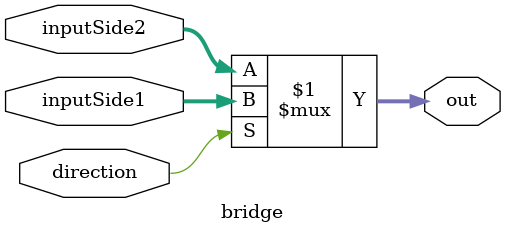
<source format=sv>
module bridge (
    input [7:0] inputSide1, inputSide2,
    output [7:0] out,
    input direction
);
    assign out = (direction)?inputSide1:inputSide2;
endmodule
</source>
